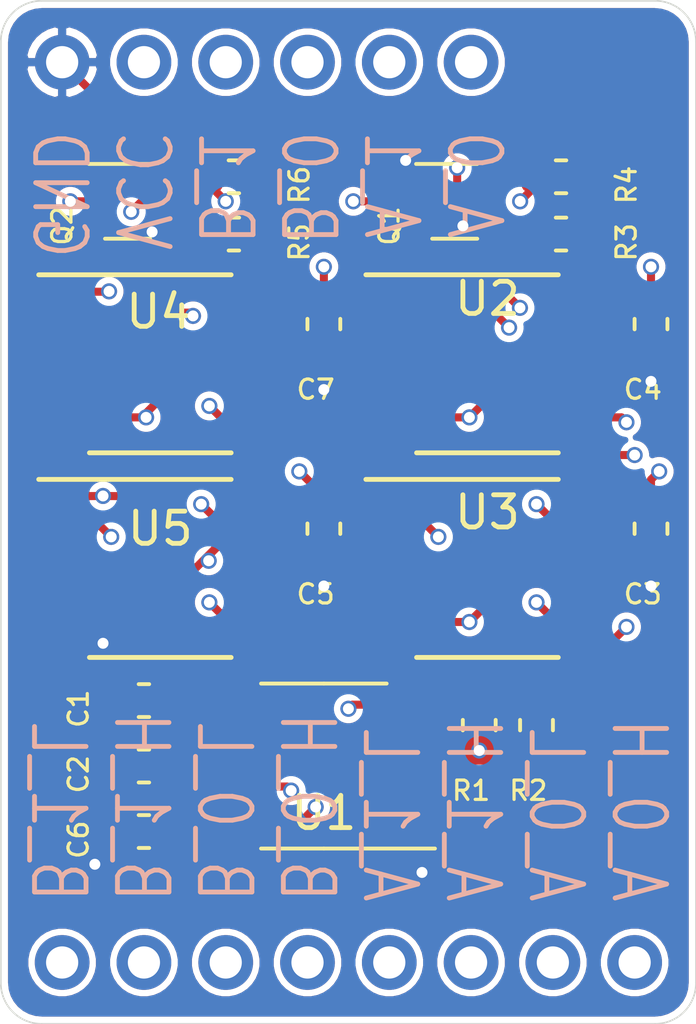
<source format=kicad_pcb>
(kicad_pcb (version 20171130) (host pcbnew 5.1.5)
  (layers (0 F.Cu signal) (1 In1.Cu power) (2 In2.Cu signal hide) (31 B.Cu power hide) (34 B.Paste user) (35 F.Paste user) (36 B.SilkS user) (37 F.SilkS user) (38 B.Mask user) (39 F.Mask user hide) (44 Edge.Cuts user))
  (net 0 "")
  (net 1 GND)
  (net 2 "Net-(C1-Pad1)")
  (net 3 "Net-(C2-Pad1)")
  (net 4 /CLK)
  (net 5 /A_IN_1)
  (net 6 /B_IN_1)
  (net 7 /~A_IN_1)
  (net 8 /~B_IN_1)
  (net 9 "Net-(R1-Pad1)")
  (net 10 /A_OUT_L1)
  (net 11 /A_OUT_H1)
  (net 12 /A_OUT_L2)
  (net 13 /A_OUT_H2)
  (net 14 /B_OUT_L1)
  (net 15 /B_OUT_H1)
  (net 16 /B_OUT_L2)
  (net 17 /B_OUT_H2)
  (net 18 VCC)
  (net 19 /A_IN_2)
  (net 20 /B_IN_2)
  (net 21 /~A_IN_2)
  (net 22 /~B_IN_2)
  (module Capacitor_SMD:C_0603_1608Metric (layer F.Cu) (at 69.088 76.708 90)
    (fp_text reference C7 (at -2.032 -0.254 180) (layer F.SilkS) (effects (font (size 0.6 0.6) (thickness 0.1))))
    (fp_text value 1uF)
    (fp_line (start -0.162779 0.51) (end 0.162779 0.51) (layer F.SilkS) (width 0.12))
    (fp_line (start -0.162779 -0.51) (end 0.162779 -0.51) (layer F.SilkS) (width 0.12))
    (pad 2 smd roundrect (at 0.7875 0 90) (size 0.875 0.95) (layers F.Cu F.Paste F.Mask) (net 18 VCC))
    (pad 1 smd roundrect (at -0.7875 0 90) (size 0.875 0.95) (layers F.Cu F.Paste F.Mask) (net 1 GND))
  )
  (module Connector_PinHeader_2.54mm:PinHeader_1x08_P2.54mm_Vertical (layer F.Cu) (at 78.74 96.52 270)
    (fp_text reference J2 hide)
    (fp_text value Conn_01x08)
    (pad 1 thru_hole circle (at 0 0 270) (size 1.7 1.7) (drill 1) (layers *.Cu *.Mask) (net 11 /A_OUT_H1))
    (pad 2 thru_hole oval (at 0 2.54 270) (size 1.7 1.7) (drill 1) (layers *.Cu *.Mask) (net 10 /A_OUT_L1))
    (pad 3 thru_hole oval (at 0 5.08 270) (size 1.7 1.7) (drill 1) (layers *.Cu *.Mask) (net 13 /A_OUT_H2))
    (pad 4 thru_hole oval (at 0 7.62 270) (size 1.7 1.7) (drill 1) (layers *.Cu *.Mask) (net 12 /A_OUT_L2))
    (pad 5 thru_hole oval (at 0 10.16 270) (size 1.7 1.7) (drill 1) (layers *.Cu *.Mask) (net 15 /B_OUT_H1))
    (pad 6 thru_hole oval (at 0 12.7 270) (size 1.7 1.7) (drill 1) (layers *.Cu *.Mask) (net 14 /B_OUT_L1))
    (pad 7 thru_hole oval (at 0 15.24 270) (size 1.7 1.7) (drill 1) (layers *.Cu *.Mask) (net 17 /B_OUT_H2))
    (pad 8 thru_hole oval (at 0 17.78 270) (size 1.7 1.7) (drill 1) (layers *.Cu *.Mask) (net 16 /B_OUT_L2))
  )
  (module Connector_PinHeader_2.54mm:PinHeader_1x06_P2.54mm_Vertical (layer F.Cu) (at 73.66 68.58 270)
    (fp_text reference J1 hide)
    (fp_text value Conn_01x06)
    (pad 1 thru_hole circle (at 0 0 270) (size 1.7 1.7) (drill 1) (layers *.Cu *.Mask) (net 5 /A_IN_1))
    (pad 2 thru_hole oval (at 0 2.54 270) (size 1.7 1.7) (drill 1) (layers *.Cu *.Mask) (net 19 /A_IN_2))
    (pad 3 thru_hole oval (at 0 5.08 270) (size 1.7 1.7) (drill 1) (layers *.Cu *.Mask) (net 6 /B_IN_1))
    (pad 4 thru_hole oval (at 0 7.62 270) (size 1.7 1.7) (drill 1) (layers *.Cu *.Mask) (net 20 /B_IN_2))
    (pad 5 thru_hole oval (at 0 10.16 270) (size 1.7 1.7) (drill 1) (layers *.Cu *.Mask) (net 18 VCC))
    (pad 6 thru_hole oval (at 0 12.7 270) (size 1.7 1.7) (drill 1) (layers *.Cu *.Mask) (net 1 GND))
  )
  (module Capacitor_SMD:C_0603_1608Metric (layer F.Cu) (at 63.5 88.392 180)
    (fp_text reference C1 (at 2.032 -0.254 90) (layer F.SilkS) (effects (font (size 0.6 0.6) (thickness 0.1))))
    (fp_text value 10nF)
    (fp_line (start -0.162779 0.51) (end 0.162779 0.51) (layer F.SilkS) (width 0.12))
    (fp_line (start -0.162779 -0.51) (end 0.162779 -0.51) (layer F.SilkS) (width 0.12))
    (pad 2 smd roundrect (at 0.7875 0 180) (size 0.875 0.95) (layers F.Cu F.Paste F.Mask) (net 1 GND))
    (pad 1 smd roundrect (at -0.7875 0 180) (size 0.875 0.95) (layers F.Cu F.Paste F.Mask) (net 2 "Net-(C1-Pad1)"))
  )
  (module Capacitor_SMD:C_0603_1608Metric (layer F.Cu) (at 63.5 90.424 180)
    (fp_text reference C2 (at 2.032 -0.254 90) (layer F.SilkS) (effects (font (size 0.6 0.6) (thickness 0.1))))
    (fp_text value 1uF)
    (fp_line (start -0.162779 -0.51) (end 0.162779 -0.51) (layer F.SilkS) (width 0.12))
    (fp_line (start -0.162779 0.51) (end 0.162779 0.51) (layer F.SilkS) (width 0.12))
    (pad 1 smd roundrect (at -0.7875 0 180) (size 0.875 0.95) (layers F.Cu F.Paste F.Mask) (net 3 "Net-(C2-Pad1)"))
    (pad 2 smd roundrect (at 0.7875 0 180) (size 0.875 0.95) (layers F.Cu F.Paste F.Mask) (net 1 GND))
  )
  (module Capacitor_SMD:C_0603_1608Metric (layer F.Cu) (at 79.248 83.058 90)
    (fp_text reference C3 (at -2.032 -0.254 180) (layer F.SilkS) (effects (font (size 0.6 0.6) (thickness 0.1))))
    (fp_text value 1uF)
    (fp_line (start -0.162779 0.51) (end 0.162779 0.51) (layer F.SilkS) (width 0.12))
    (fp_line (start -0.162779 -0.51) (end 0.162779 -0.51) (layer F.SilkS) (width 0.12))
    (pad 2 smd roundrect (at 0.7875 0 90) (size 0.875 0.95) (layers F.Cu F.Paste F.Mask) (net 18 VCC))
    (pad 1 smd roundrect (at -0.7875 0 90) (size 0.875 0.95) (layers F.Cu F.Paste F.Mask) (net 1 GND))
  )
  (module Capacitor_SMD:C_0603_1608Metric (layer F.Cu) (at 79.248 76.708 90)
    (fp_text reference C4 (at -2.032 -0.254 180) (layer F.SilkS) (effects (font (size 0.6 0.6) (thickness 0.1))))
    (fp_text value 1uF)
    (fp_line (start -0.162779 -0.51) (end 0.162779 -0.51) (layer F.SilkS) (width 0.12))
    (fp_line (start -0.162779 0.51) (end 0.162779 0.51) (layer F.SilkS) (width 0.12))
    (pad 1 smd roundrect (at -0.7875 0 90) (size 0.875 0.95) (layers F.Cu F.Paste F.Mask) (net 1 GND))
    (pad 2 smd roundrect (at 0.7875 0 90) (size 0.875 0.95) (layers F.Cu F.Paste F.Mask) (net 18 VCC))
  )
  (module Capacitor_SMD:C_0603_1608Metric (layer F.Cu) (at 69.088 83.058 90)
    (fp_text reference C5 (at -2.032 -0.254 180) (layer F.SilkS) (effects (font (size 0.6 0.6) (thickness 0.1))))
    (fp_text value 1uF)
    (fp_line (start -0.162779 -0.51) (end 0.162779 -0.51) (layer F.SilkS) (width 0.12))
    (fp_line (start -0.162779 0.51) (end 0.162779 0.51) (layer F.SilkS) (width 0.12))
    (pad 1 smd roundrect (at -0.7875 0 90) (size 0.875 0.95) (layers F.Cu F.Paste F.Mask) (net 1 GND))
    (pad 2 smd roundrect (at 0.7875 0 90) (size 0.875 0.95) (layers F.Cu F.Paste F.Mask) (net 18 VCC))
  )
  (module Capacitor_SMD:C_0603_1608Metric (layer F.Cu) (at 63.5 92.456)
    (fp_text reference C6 (at -2.032 0.254 90) (layer F.SilkS) (effects (font (size 0.6 0.6) (thickness 0.1))))
    (fp_text value 1uF)
    (fp_line (start -0.162779 -0.51) (end 0.162779 -0.51) (layer F.SilkS) (width 0.12))
    (fp_line (start -0.162779 0.51) (end 0.162779 0.51) (layer F.SilkS) (width 0.12))
    (pad 1 smd roundrect (at -0.7875 0) (size 0.875 0.95) (layers F.Cu F.Paste F.Mask) (net 1 GND))
    (pad 2 smd roundrect (at 0.7875 0) (size 0.875 0.95) (layers F.Cu F.Paste F.Mask) (net 18 VCC))
  )
  (module Package_TO_SOT_SMD:SOT-363_SC-70-6 (layer F.Cu) (at 62.992 72.898)
    (fp_text reference Q2 (at -2.032 0.762 270) (layer F.SilkS) (effects (font (size 0.6 0.6) (thickness 0.1))))
    (fp_text value MUN5232DW1T1GOSCT)
    (fp_line (start 0.7 -1.16) (end -1.2 -1.16) (layer F.SilkS) (width 0.12))
    (fp_line (start -0.7 1.16) (end 0.7 1.16) (layer F.SilkS) (width 0.12))
    (pad 1 smd rect (at -0.95 -0.65) (size 0.65 0.4) (layers F.Cu F.Paste F.Mask) (net 1 GND))
    (pad 3 smd rect (at -0.95 0.65) (size 0.65 0.4) (layers F.Cu F.Paste F.Mask) (net 8 /~B_IN_1))
    (pad 5 smd rect (at 0.95 0) (size 0.65 0.4) (layers F.Cu F.Paste F.Mask) (net 6 /B_IN_1))
    (pad 2 smd rect (at -0.95 0) (size 0.65 0.4) (layers F.Cu F.Paste F.Mask) (net 20 /B_IN_2))
    (pad 4 smd rect (at 0.95 0.65) (size 0.65 0.4) (layers F.Cu F.Paste F.Mask) (net 1 GND))
    (pad 6 smd rect (at 0.95 -0.65) (size 0.65 0.4) (layers F.Cu F.Paste F.Mask) (net 22 /~B_IN_2))
  )
  (module Resistor_SMD:R_0603_1608Metric (layer F.Cu) (at 73.914 89.154 90)
    (fp_text reference R1 (at -2.032 -0.254 180) (layer F.SilkS) (effects (font (size 0.6 0.6) (thickness 0.1))))
    (fp_text value 5k6)
    (fp_line (start -0.162779 -0.51) (end 0.162779 -0.51) (layer F.SilkS) (width 0.12))
    (fp_line (start -0.162779 0.51) (end 0.162779 0.51) (layer F.SilkS) (width 0.12))
    (pad 1 smd roundrect (at -0.7875 0 90) (size 0.875 0.95) (layers F.Cu F.Paste F.Mask) (net 9 "Net-(R1-Pad1)"))
    (pad 2 smd roundrect (at 0.7875 0 90) (size 0.875 0.95) (layers F.Cu F.Paste F.Mask) (net 18 VCC))
  )
  (module Resistor_SMD:R_0603_1608Metric (layer F.Cu) (at 75.692 89.154 90)
    (fp_text reference R2 (at -2.032 -0.254 180) (layer F.SilkS) (effects (font (size 0.6 0.6) (thickness 0.1))))
    (fp_text value 15k)
    (fp_line (start -0.162779 0.51) (end 0.162779 0.51) (layer F.SilkS) (width 0.12))
    (fp_line (start -0.162779 -0.51) (end 0.162779 -0.51) (layer F.SilkS) (width 0.12))
    (pad 2 smd roundrect (at 0.7875 0 90) (size 0.875 0.95) (layers F.Cu F.Paste F.Mask) (net 9 "Net-(R1-Pad1)"))
    (pad 1 smd roundrect (at -0.7875 0 90) (size 0.875 0.95) (layers F.Cu F.Paste F.Mask) (net 3 "Net-(C2-Pad1)"))
  )
  (module Resistor_SMD:R_0603_1608Metric (layer F.Cu) (at 76.454 73.914 180)
    (fp_text reference R3 (at -2.032 -0.254 90) (layer F.SilkS) (effects (font (size 0.6 0.6) (thickness 0.1))))
    (fp_text value 4k7)
    (fp_line (start -0.162779 0.51) (end 0.162779 0.51) (layer F.SilkS) (width 0.12))
    (fp_line (start -0.162779 -0.51) (end 0.162779 -0.51) (layer F.SilkS) (width 0.12))
    (pad 2 smd roundrect (at 0.7875 0 180) (size 0.875 0.95) (layers F.Cu F.Paste F.Mask) (net 7 /~A_IN_1))
    (pad 1 smd roundrect (at -0.7875 0 180) (size 0.875 0.95) (layers F.Cu F.Paste F.Mask) (net 18 VCC))
  )
  (module Resistor_SMD:R_0603_1608Metric (layer F.Cu) (at 76.454 72.136 180)
    (fp_text reference R4 (at -2.032 -0.254 90) (layer F.SilkS) (effects (font (size 0.6 0.6) (thickness 0.1))))
    (fp_text value 4k7)
    (fp_line (start -0.162779 -0.51) (end 0.162779 -0.51) (layer F.SilkS) (width 0.12))
    (fp_line (start -0.162779 0.51) (end 0.162779 0.51) (layer F.SilkS) (width 0.12))
    (pad 1 smd roundrect (at -0.7875 0 180) (size 0.875 0.95) (layers F.Cu F.Paste F.Mask) (net 18 VCC))
    (pad 2 smd roundrect (at 0.7875 0 180) (size 0.875 0.95) (layers F.Cu F.Paste F.Mask) (net 21 /~A_IN_2))
  )
  (module Resistor_SMD:R_0603_1608Metric (layer F.Cu) (at 66.294 73.914 180)
    (fp_text reference R5 (at -2.032 -0.254 90) (layer F.SilkS) (effects (font (size 0.6 0.6) (thickness 0.1))))
    (fp_text value 4k7)
    (fp_line (start -0.162779 -0.51) (end 0.162779 -0.51) (layer F.SilkS) (width 0.12))
    (fp_line (start -0.162779 0.51) (end 0.162779 0.51) (layer F.SilkS) (width 0.12))
    (pad 1 smd roundrect (at -0.7875 0 180) (size 0.875 0.95) (layers F.Cu F.Paste F.Mask) (net 18 VCC))
    (pad 2 smd roundrect (at 0.7875 0 180) (size 0.875 0.95) (layers F.Cu F.Paste F.Mask) (net 8 /~B_IN_1))
  )
  (module Resistor_SMD:R_0603_1608Metric (layer F.Cu) (at 66.294 72.136 180)
    (fp_text reference R6 (at -2.032 -0.254 90) (layer F.SilkS) (effects (font (size 0.6 0.6) (thickness 0.1))))
    (fp_text value 4k7)
    (fp_line (start -0.162779 0.51) (end 0.162779 0.51) (layer F.SilkS) (width 0.12))
    (fp_line (start -0.162779 -0.51) (end 0.162779 -0.51) (layer F.SilkS) (width 0.12))
    (pad 2 smd roundrect (at 0.7875 0 180) (size 0.875 0.95) (layers F.Cu F.Paste F.Mask) (net 22 /~B_IN_2))
    (pad 1 smd roundrect (at -0.7875 0 180) (size 0.875 0.95) (layers F.Cu F.Paste F.Mask) (net 18 VCC))
  )
  (module Package_SO:SOIC-8_3.9x4.9mm_P1.27mm (layer F.Cu) (at 69.088 90.424 180)
    (fp_text reference U1 (at 0 -1.455001) (layer F.SilkS))
    (fp_text value NE555D)
    (fp_line (start 0 2.56) (end 1.95 2.56) (layer F.SilkS) (width 0.12))
    (fp_line (start 0 2.56) (end -1.95 2.56) (layer F.SilkS) (width 0.12))
    (fp_line (start 0 -2.56) (end 1.95 -2.56) (layer F.SilkS) (width 0.12))
    (fp_line (start 0 -2.56) (end -3.45 -2.56) (layer F.SilkS) (width 0.12))
    (pad 1 smd roundrect (at -2.475 -1.905 180) (size 1.95 0.6) (layers F.Cu F.Paste F.Mask) (net 1 GND))
    (pad 2 smd roundrect (at -2.475 -0.635 180) (size 1.95 0.6) (layers F.Cu F.Paste F.Mask) (net 3 "Net-(C2-Pad1)"))
    (pad 3 smd roundrect (at -2.475 0.635 180) (size 1.95 0.6) (layers F.Cu F.Paste F.Mask) (net 4 /CLK))
    (pad 4 smd roundrect (at -2.475 1.905 180) (size 1.95 0.6) (layers F.Cu F.Paste F.Mask) (net 18 VCC))
    (pad 5 smd roundrect (at 2.475 1.905 180) (size 1.95 0.6) (layers F.Cu F.Paste F.Mask) (net 2 "Net-(C1-Pad1)"))
    (pad 6 smd roundrect (at 2.475 0.635 180) (size 1.95 0.6) (layers F.Cu F.Paste F.Mask) (net 3 "Net-(C2-Pad1)"))
    (pad 7 smd roundrect (at 2.475 -0.635 180) (size 1.95 0.6) (layers F.Cu F.Paste F.Mask) (net 9 "Net-(R1-Pad1)"))
    (pad 8 smd roundrect (at 2.475 -1.905 180) (size 1.95 0.6) (layers F.Cu F.Paste F.Mask) (net 18 VCC))
  )
  (module Package_SO:TSSOP-16_4.4x5mm_P0.65mm (layer F.Cu) (at 74.168 77.978)
    (fp_text reference U2 (at 0 -2.055001) (layer F.SilkS))
    (fp_text value 4015)
    (fp_line (start -3.775 -2.8) (end 2.2 -2.8) (layer F.SilkS) (width 0.15))
    (fp_line (start -2.2 2.725) (end 2.2 2.725) (layer F.SilkS) (width 0.15))
    (pad 16 smd rect (at 2.95 -2.275) (size 1.5 0.45) (layers F.Cu F.Paste F.Mask) (net 18 VCC))
    (pad 15 smd rect (at 2.95 -1.625) (size 1.5 0.45) (layers F.Cu F.Paste F.Mask) (net 7 /~A_IN_1))
    (pad 14 smd rect (at 2.95 -0.975) (size 1.5 0.45) (layers F.Cu F.Paste F.Mask) (net 5 /A_IN_1))
    (pad 13 smd rect (at 2.95 -0.325) (size 1.5 0.45) (layers F.Cu F.Paste F.Mask))
    (pad 12 smd rect (at 2.95 0.325) (size 1.5 0.45) (layers F.Cu F.Paste F.Mask))
    (pad 11 smd rect (at 2.95 0.975) (size 1.5 0.45) (layers F.Cu F.Paste F.Mask))
    (pad 10 smd rect (at 2.95 1.625) (size 1.5 0.45) (layers F.Cu F.Paste F.Mask) (net 11 /A_OUT_H1))
    (pad 9 smd rect (at 2.95 2.275) (size 1.5 0.45) (layers F.Cu F.Paste F.Mask) (net 4 /CLK))
    (pad 8 smd rect (at -2.95 2.275) (size 1.5 0.45) (layers F.Cu F.Paste F.Mask) (net 1 GND))
    (pad 7 smd rect (at -2.95 1.625) (size 1.5 0.45) (layers F.Cu F.Paste F.Mask) (net 5 /A_IN_1))
    (pad 6 smd rect (at -2.95 0.975) (size 1.5 0.45) (layers F.Cu F.Paste F.Mask) (net 7 /~A_IN_1))
    (pad 5 smd rect (at -2.95 0.325) (size 1.5 0.45) (layers F.Cu F.Paste F.Mask))
    (pad 4 smd rect (at -2.95 -0.325) (size 1.5 0.45) (layers F.Cu F.Paste F.Mask))
    (pad 3 smd rect (at -2.95 -0.975) (size 1.5 0.45) (layers F.Cu F.Paste F.Mask))
    (pad 2 smd rect (at -2.95 -1.625) (size 1.5 0.45) (layers F.Cu F.Paste F.Mask) (net 10 /A_OUT_L1))
    (pad 1 smd rect (at -2.95 -2.275) (size 1.5 0.45) (layers F.Cu F.Paste F.Mask) (net 4 /CLK))
  )
  (module Package_SO:TSSOP-16_4.4x5mm_P0.65mm (layer F.Cu) (at 74.168 84.328)
    (fp_text reference U3 (at 0 -1.778) (layer F.SilkS))
    (fp_text value 4015)
    (fp_line (start -2.2 2.725) (end 2.2 2.725) (layer F.SilkS) (width 0.15))
    (fp_line (start -3.775 -2.8) (end 2.2 -2.8) (layer F.SilkS) (width 0.15))
    (pad 1 smd rect (at -2.95 -2.275) (size 1.5 0.45) (layers F.Cu F.Paste F.Mask) (net 4 /CLK))
    (pad 2 smd rect (at -2.95 -1.625) (size 1.5 0.45) (layers F.Cu F.Paste F.Mask) (net 12 /A_OUT_L2))
    (pad 3 smd rect (at -2.95 -0.975) (size 1.5 0.45) (layers F.Cu F.Paste F.Mask))
    (pad 4 smd rect (at -2.95 -0.325) (size 1.5 0.45) (layers F.Cu F.Paste F.Mask))
    (pad 5 smd rect (at -2.95 0.325) (size 1.5 0.45) (layers F.Cu F.Paste F.Mask))
    (pad 6 smd rect (at -2.95 0.975) (size 1.5 0.45) (layers F.Cu F.Paste F.Mask) (net 21 /~A_IN_2))
    (pad 7 smd rect (at -2.95 1.625) (size 1.5 0.45) (layers F.Cu F.Paste F.Mask) (net 19 /A_IN_2))
    (pad 8 smd rect (at -2.95 2.275) (size 1.5 0.45) (layers F.Cu F.Paste F.Mask) (net 1 GND))
    (pad 9 smd rect (at 2.95 2.275) (size 1.5 0.45) (layers F.Cu F.Paste F.Mask) (net 4 /CLK))
    (pad 10 smd rect (at 2.95 1.625) (size 1.5 0.45) (layers F.Cu F.Paste F.Mask) (net 13 /A_OUT_H2))
    (pad 11 smd rect (at 2.95 0.975) (size 1.5 0.45) (layers F.Cu F.Paste F.Mask))
    (pad 12 smd rect (at 2.95 0.325) (size 1.5 0.45) (layers F.Cu F.Paste F.Mask))
    (pad 13 smd rect (at 2.95 -0.325) (size 1.5 0.45) (layers F.Cu F.Paste F.Mask))
    (pad 14 smd rect (at 2.95 -0.975) (size 1.5 0.45) (layers F.Cu F.Paste F.Mask) (net 19 /A_IN_2))
    (pad 15 smd rect (at 2.95 -1.625) (size 1.5 0.45) (layers F.Cu F.Paste F.Mask) (net 21 /~A_IN_2))
    (pad 16 smd rect (at 2.95 -2.275) (size 1.5 0.45) (layers F.Cu F.Paste F.Mask) (net 18 VCC))
  )
  (module Package_SO:TSSOP-16_4.4x5mm_P0.65mm (layer F.Cu) (at 64.008 77.978)
    (fp_text reference U4 (at -0.049001 -1.655001) (layer F.SilkS))
    (fp_text value 4015)
    (fp_line (start -3.775 -2.8) (end 2.2 -2.8) (layer F.SilkS) (width 0.15))
    (fp_line (start -2.2 2.725) (end 2.2 2.725) (layer F.SilkS) (width 0.15))
    (pad 16 smd rect (at 2.95 -2.275) (size 1.5 0.45) (layers F.Cu F.Paste F.Mask) (net 18 VCC))
    (pad 15 smd rect (at 2.95 -1.625) (size 1.5 0.45) (layers F.Cu F.Paste F.Mask) (net 8 /~B_IN_1))
    (pad 14 smd rect (at 2.95 -0.975) (size 1.5 0.45) (layers F.Cu F.Paste F.Mask) (net 6 /B_IN_1))
    (pad 13 smd rect (at 2.95 -0.325) (size 1.5 0.45) (layers F.Cu F.Paste F.Mask))
    (pad 12 smd rect (at 2.95 0.325) (size 1.5 0.45) (layers F.Cu F.Paste F.Mask))
    (pad 11 smd rect (at 2.95 0.975) (size 1.5 0.45) (layers F.Cu F.Paste F.Mask))
    (pad 10 smd rect (at 2.95 1.625) (size 1.5 0.45) (layers F.Cu F.Paste F.Mask) (net 15 /B_OUT_H1))
    (pad 9 smd rect (at 2.95 2.275) (size 1.5 0.45) (layers F.Cu F.Paste F.Mask) (net 4 /CLK))
    (pad 8 smd rect (at -2.95 2.275) (size 1.5 0.45) (layers F.Cu F.Paste F.Mask) (net 1 GND))
    (pad 7 smd rect (at -2.95 1.625) (size 1.5 0.45) (layers F.Cu F.Paste F.Mask) (net 6 /B_IN_1))
    (pad 6 smd rect (at -2.95 0.975) (size 1.5 0.45) (layers F.Cu F.Paste F.Mask) (net 8 /~B_IN_1))
    (pad 5 smd rect (at -2.95 0.325) (size 1.5 0.45) (layers F.Cu F.Paste F.Mask))
    (pad 4 smd rect (at -2.95 -0.325) (size 1.5 0.45) (layers F.Cu F.Paste F.Mask))
    (pad 3 smd rect (at -2.95 -0.975) (size 1.5 0.45) (layers F.Cu F.Paste F.Mask))
    (pad 2 smd rect (at -2.95 -1.625) (size 1.5 0.45) (layers F.Cu F.Paste F.Mask) (net 14 /B_OUT_L1))
    (pad 1 smd rect (at -2.95 -2.275) (size 1.5 0.45) (layers F.Cu F.Paste F.Mask) (net 4 /CLK))
  )
  (module Package_SO:TSSOP-16_4.4x5mm_P0.65mm (layer F.Cu) (at 64.008 84.328)
    (fp_text reference U5 (at 0 -1.27) (layer F.SilkS))
    (fp_text value 4015)
    (fp_line (start -2.2 2.725) (end 2.2 2.725) (layer F.SilkS) (width 0.15))
    (fp_line (start -3.775 -2.8) (end 2.2 -2.8) (layer F.SilkS) (width 0.15))
    (pad 1 smd rect (at -2.95 -2.275) (size 1.5 0.45) (layers F.Cu F.Paste F.Mask) (net 4 /CLK))
    (pad 2 smd rect (at -2.95 -1.625) (size 1.5 0.45) (layers F.Cu F.Paste F.Mask) (net 16 /B_OUT_L2))
    (pad 3 smd rect (at -2.95 -0.975) (size 1.5 0.45) (layers F.Cu F.Paste F.Mask))
    (pad 4 smd rect (at -2.95 -0.325) (size 1.5 0.45) (layers F.Cu F.Paste F.Mask))
    (pad 5 smd rect (at -2.95 0.325) (size 1.5 0.45) (layers F.Cu F.Paste F.Mask))
    (pad 6 smd rect (at -2.95 0.975) (size 1.5 0.45) (layers F.Cu F.Paste F.Mask) (net 22 /~B_IN_2))
    (pad 7 smd rect (at -2.95 1.625) (size 1.5 0.45) (layers F.Cu F.Paste F.Mask) (net 20 /B_IN_2))
    (pad 8 smd rect (at -2.95 2.275) (size 1.5 0.45) (layers F.Cu F.Paste F.Mask) (net 1 GND))
    (pad 9 smd rect (at 2.95 2.275) (size 1.5 0.45) (layers F.Cu F.Paste F.Mask) (net 4 /CLK))
    (pad 10 smd rect (at 2.95 1.625) (size 1.5 0.45) (layers F.Cu F.Paste F.Mask) (net 17 /B_OUT_H2))
    (pad 11 smd rect (at 2.95 0.975) (size 1.5 0.45) (layers F.Cu F.Paste F.Mask))
    (pad 12 smd rect (at 2.95 0.325) (size 1.5 0.45) (layers F.Cu F.Paste F.Mask))
    (pad 13 smd rect (at 2.95 -0.325) (size 1.5 0.45) (layers F.Cu F.Paste F.Mask))
    (pad 14 smd rect (at 2.95 -0.975) (size 1.5 0.45) (layers F.Cu F.Paste F.Mask) (net 20 /B_IN_2))
    (pad 15 smd rect (at 2.95 -1.625) (size 1.5 0.45) (layers F.Cu F.Paste F.Mask) (net 22 /~B_IN_2))
    (pad 16 smd rect (at 2.95 -2.275) (size 1.5 0.45) (layers F.Cu F.Paste F.Mask) (net 18 VCC))
  )
  (module Package_TO_SOT_SMD:SOT-363_SC-70-6 (layer F.Cu) (at 73.152 72.898)
    (fp_text reference Q1 (at -2.032 0.762 90) (layer F.SilkS) (effects (font (size 0.6 0.6) (thickness 0.1))))
    (fp_text value MUN5232DW1T1GOSCT)
    (fp_line (start 0.7 -1.16) (end -1.2 -1.16) (layer F.SilkS) (width 0.12))
    (fp_line (start -0.7 1.16) (end 0.7 1.16) (layer F.SilkS) (width 0.12))
    (pad 1 smd rect (at -0.95 -0.65) (size 0.65 0.4) (layers F.Cu F.Paste F.Mask) (net 1 GND))
    (pad 3 smd rect (at -0.95 0.65) (size 0.65 0.4) (layers F.Cu F.Paste F.Mask) (net 7 /~A_IN_1))
    (pad 5 smd rect (at 0.95 0) (size 0.65 0.4) (layers F.Cu F.Paste F.Mask) (net 5 /A_IN_1))
    (pad 2 smd rect (at -0.95 0) (size 0.65 0.4) (layers F.Cu F.Paste F.Mask) (net 19 /A_IN_2))
    (pad 4 smd rect (at 0.95 0.65) (size 0.65 0.4) (layers F.Cu F.Paste F.Mask) (net 1 GND))
    (pad 6 smd rect (at 0.95 -0.65) (size 0.65 0.4) (layers F.Cu F.Paste F.Mask) (net 21 /~A_IN_2))
  )
  (gr_text "A_0_H\nA_0_L\nA_1_H\nA_1_L\nB_0_H\nB_0_L\nB_1_H\nB_1_L" (at 69.85 94.742 270) (layer B.SilkS) (effects (font (size 1.6 1.3)) (justify left mirror)))
  (gr_text "A_0\nA_1\nB_0\nB_1\nVCC\nGND" (at 67.31 70.612 270) (layer B.SilkS) (effects (font (size 1.6 1.3)) (justify right mirror)))
  (gr_line (start 79.375 66.675) (end 60.325 66.675) (layer Edge.Cuts) (width 0.05))
  (gr_line (start 80.645 97.155) (end 80.645 67.945) (layer Edge.Cuts) (width 0.05))
  (gr_line (start 60.325 98.425) (end 79.375 98.425) (layer Edge.Cuts) (width 0.05))
  (gr_line (start 59.055 67.945) (end 59.055 97.155) (layer Edge.Cuts) (width 0.05))
  (gr_arc (start 79.375 97.155) (end 79.375 98.425) (angle -90) (layer Edge.Cuts) (width 0.05))
  (gr_arc (start 60.325 97.155) (end 59.055 97.155) (angle -90) (layer Edge.Cuts) (width 0.05))
  (gr_arc (start 60.325 67.945) (end 60.325 66.675) (angle -90) (layer Edge.Cuts) (width 0.05))
  (gr_arc (start 79.375 67.945) (end 80.645 67.945) (angle -90) (layer Edge.Cuts) (width 0.05))
  (segment (start 62.7125 90.424) (end 62.7125 88.392) (width 0.25) (layer F.Cu) (net 1))
  (segment (start 62.7125 87.917) (end 62.7125 88.392) (width 0.25) (layer F.Cu) (net 1))
  (segment (start 62.7125 87.2575) (end 62.7125 87.917) (width 0.25) (layer F.Cu) (net 1))
  (segment (start 62.058 86.603) (end 62.7125 87.2575) (width 0.25) (layer F.Cu) (net 1))
  (segment (start 61.058 86.603) (end 62.058 86.603) (width 0.25) (layer F.Cu) (net 1))
  (segment (start 62.7125 90.424) (end 62.7125 92.456) (width 0.25) (layer F.Cu) (net 1))
  (segment (start 62.042 69.662) (end 60.96 68.58) (width 0.25) (layer F.Cu) (net 1))
  (segment (start 62.042 72.248) (end 62.042 69.662) (width 0.25) (layer F.Cu) (net 1))
  (segment (start 69.088 77.4955) (end 69.088 77.47) (width 0.25) (layer F.Cu) (net 1))
  (via (at 63.754 73.847) (size 0.5) (drill 0.34) (layers F.Cu B.Cu) (net 1))
  (segment (start 63.942 73.548) (end 63.942 73.659) (width 0.25) (layer F.Cu) (net 1))
  (segment (start 63.942 73.659) (end 63.754 73.847) (width 0.25) (layer F.Cu) (net 1))
  (segment (start 70.218 86.603) (end 69.088 85.473) (width 0.25) (layer F.Cu) (net 1))
  (segment (start 71.218 86.603) (end 70.218 86.603) (width 0.25) (layer F.Cu) (net 1))
  (via (at 69.088 84.836) (size 0.5) (drill 0.34) (layers F.Cu B.Cu) (net 1))
  (segment (start 69.088 83.8455) (end 69.088 84.836) (width 0.25) (layer F.Cu) (net 1))
  (segment (start 69.088 85.473) (end 69.088 84.836) (width 0.25) (layer F.Cu) (net 1))
  (via (at 72.136 93.726) (size 0.5) (drill 0.34) (layers F.Cu B.Cu) (net 1))
  (segment (start 71.563 92.329) (end 71.563 93.153) (width 0.25) (layer F.Cu) (net 1))
  (segment (start 71.563 93.153) (end 72.136 93.726) (width 0.25) (layer F.Cu) (net 1))
  (segment (start 61.058 86.603) (end 62.219 86.603) (width 0.25) (layer F.Cu) (net 1))
  (via (at 62.23 86.614) (size 0.5) (drill 0.34) (layers F.Cu B.Cu) (net 1))
  (segment (start 62.219 86.603) (end 62.23 86.614) (width 0.25) (layer F.Cu) (net 1))
  (via (at 71.628 71.628) (size 0.5) (drill 0.34) (layers F.Cu B.Cu) (net 1))
  (segment (start 72.202 72.248) (end 72.202 72.202) (width 0.25) (layer F.Cu) (net 1))
  (segment (start 72.202 72.202) (end 71.628 71.628) (width 0.25) (layer F.Cu) (net 1))
  (segment (start 74.102 73.548) (end 73.518 73.548) (width 0.25) (layer F.Cu) (net 1))
  (via (at 73.406 73.66) (size 0.5) (drill 0.34) (layers F.Cu B.Cu) (net 1))
  (segment (start 73.518 73.548) (end 73.406 73.66) (width 0.25) (layer F.Cu) (net 1))
  (segment (start 70.218 80.253) (end 71.218 80.253) (width 0.25) (layer F.Cu) (net 1))
  (segment (start 69.088 79.123) (end 70.218 80.253) (width 0.25) (layer F.Cu) (net 1))
  (via (at 69.088 78.74) (size 0.5) (drill 0.34) (layers F.Cu B.Cu) (net 1))
  (segment (start 69.088 78.74) (end 69.088 79.123) (width 0.25) (layer F.Cu) (net 1))
  (segment (start 69.088 77.47) (end 69.088 78.74) (width 0.25) (layer F.Cu) (net 1))
  (via (at 79.248 78.486) (size 0.5) (drill 0.34) (layers F.Cu B.Cu) (net 1))
  (segment (start 79.248 77.4955) (end 79.248 78.486) (width 0.25) (layer F.Cu) (net 1))
  (via (at 79.248 84.836) (size 0.5) (drill 0.34) (layers F.Cu B.Cu) (net 1))
  (segment (start 79.248 83.8455) (end 79.248 84.836) (width 0.25) (layer F.Cu) (net 1))
  (via (at 61.976 93.472) (size 0.5) (drill 0.34) (layers F.Cu B.Cu) (net 1))
  (segment (start 62.7125 92.456) (end 62.7125 92.7355) (width 0.25) (layer F.Cu) (net 1))
  (segment (start 62.7125 92.7355) (end 61.976 93.472) (width 0.25) (layer F.Cu) (net 1))
  (segment (start 64.4145 88.519) (end 64.2875 88.392) (width 0.25) (layer F.Cu) (net 2))
  (segment (start 66.613 88.519) (end 64.4145 88.519) (width 0.25) (layer F.Cu) (net 2))
  (segment (start 72.538 91.059) (end 71.563 91.059) (width 0.25) (layer F.Cu) (net 3))
  (segment (start 64.2875 89.949) (end 64.2875 90.424) (width 0.25) (layer F.Cu) (net 3))
  (segment (start 64.4475 89.789) (end 64.2875 89.949) (width 0.25) (layer F.Cu) (net 3))
  (segment (start 66.613 89.789) (end 64.4475 89.789) (width 0.25) (layer F.Cu) (net 3))
  (segment (start 70.588 91.059) (end 71.563 91.059) (width 0.25) (layer F.Cu) (net 3))
  (segment (start 68.858 91.059) (end 70.588 91.059) (width 0.25) (layer F.Cu) (net 3))
  (segment (start 67.588 89.789) (end 68.858 91.059) (width 0.25) (layer F.Cu) (net 3))
  (segment (start 66.613 89.789) (end 67.588 89.789) (width 0.25) (layer F.Cu) (net 3))
  (segment (start 75.692 90.379) (end 75.692 89.9415) (width 0.25) (layer F.Cu) (net 3))
  (segment (start 75.012 91.059) (end 75.692 90.379) (width 0.25) (layer F.Cu) (net 3))
  (segment (start 71.563 91.059) (end 75.012 91.059) (width 0.25) (layer F.Cu) (net 3))
  (segment (start 70.588 89.789) (end 71.563 89.789) (width 0.25) (layer F.Cu) (net 4))
  (segment (start 69.669 89.789) (end 70.588 89.789) (width 0.25) (layer F.Cu) (net 4))
  (segment (start 66.958 87.078) (end 69.669 89.789) (width 0.25) (layer F.Cu) (net 4))
  (segment (start 66.958 86.603) (end 66.958 87.078) (width 0.25) (layer F.Cu) (net 4))
  (segment (start 65.035 80.253) (end 66.958 80.253) (width 0.25) (layer F.Cu) (net 4))
  (segment (start 63.235 82.053) (end 65.035 80.253) (width 0.25) (layer F.Cu) (net 4))
  (segment (start 74.687 80.253) (end 77.118 80.253) (width 0.25) (layer F.Cu) (net 4))
  (segment (start 72.887 82.053) (end 74.687 80.253) (width 0.25) (layer F.Cu) (net 4))
  (segment (start 70.218 82.053) (end 71.218 82.053) (width 0.25) (layer F.Cu) (net 4))
  (segment (start 66.958 80.253) (end 68.418 80.253) (width 0.25) (layer F.Cu) (net 4))
  (segment (start 68.418 80.253) (end 70.218 82.053) (width 0.25) (layer F.Cu) (net 4))
  (segment (start 77.118 86.712) (end 77.118 86.603) (width 0.25) (layer F.Cu) (net 4))
  (segment (start 76.454 87.376) (end 77.118 86.712) (width 0.25) (layer F.Cu) (net 4))
  (segment (start 66.958 87.078) (end 67.256 87.376) (width 0.25) (layer F.Cu) (net 4))
  (segment (start 67.256 87.376) (end 76.454 87.376) (width 0.25) (layer F.Cu) (net 4))
  (via (at 62.23 82.042) (size 0.5) (drill 0.34) (layers F.Cu B.Cu) (net 4))
  (segment (start 62.23 82.042) (end 63.235 82.053) (width 0.25) (layer F.Cu) (net 4))
  (segment (start 61.058 82.053) (end 62.23 82.042) (width 0.25) (layer F.Cu) (net 4))
  (segment (start 71.218 82.053) (end 72.887 82.053) (width 0.25) (layer F.Cu) (net 4))
  (via (at 78.486 86.106) (size 0.5) (drill 0.34) (layers F.Cu B.Cu) (net 4))
  (segment (start 77.118 86.603) (end 77.989 86.603) (width 0.25) (layer F.Cu) (net 4))
  (segment (start 77.989 86.603) (end 78.486 86.106) (width 0.25) (layer F.Cu) (net 4))
  (via (at 78.74 80.772) (size 0.5) (drill 0.34) (layers F.Cu B.Cu) (net 4))
  (segment (start 77.637 80.772) (end 77.118 80.253) (width 0.25) (layer F.Cu) (net 4))
  (segment (start 78.74 80.772) (end 77.637 80.772) (width 0.25) (layer F.Cu) (net 4))
  (segment (start 62.40599 75.703) (end 62.41699 75.692) (width 0.25) (layer F.Cu) (net 4))
  (via (at 62.41699 75.692) (size 0.5) (drill 0.34) (layers F.Cu B.Cu) (net 4))
  (segment (start 61.058 75.703) (end 62.40599 75.703) (width 0.25) (layer F.Cu) (net 4))
  (via (at 75.17751 76.204015) (size 0.5) (drill 0.34) (layers F.Cu B.Cu) (net 4))
  (segment (start 71.218 75.703) (end 74.676495 75.703) (width 0.25) (layer F.Cu) (net 4))
  (segment (start 74.676495 75.703) (end 75.17751 76.204015) (width 0.25) (layer F.Cu) (net 4))
  (via (at 73.607998 79.603) (size 0.5) (drill 0.34) (layers F.Cu B.Cu) (net 5))
  (segment (start 73.607998 79.603) (end 76.207998 77.003) (width 0.25) (layer F.Cu) (net 5))
  (segment (start 76.207998 77.003) (end 77.118 77.003) (width 0.25) (layer F.Cu) (net 5))
  (segment (start 71.218 79.603) (end 73.607998 79.603) (width 0.25) (layer F.Cu) (net 5))
  (via (at 73.2282 71.8566) (size 0.5) (drill 0.34) (layers F.Cu B.Cu) (net 5))
  (segment (start 73.527 72.898) (end 74.102 72.898) (width 0.25) (layer F.Cu) (net 5))
  (segment (start 73.2282 72.5992) (end 73.527 72.898) (width 0.25) (layer F.Cu) (net 5))
  (segment (start 73.2282 71.8566) (end 73.2282 72.5992) (width 0.25) (layer F.Cu) (net 5))
  (segment (start 73.607998 85.953) (end 76.207998 83.353) (width 0.25) (layer F.Cu) (net 19))
  (segment (start 76.207998 83.353) (end 77.118 83.353) (width 0.25) (layer F.Cu) (net 19))
  (segment (start 71.218 85.953) (end 73.607998 85.953) (width 0.25) (layer F.Cu) (net 19))
  (via (at 73.607998 85.953) (size 0.5) (drill 0.34) (layers F.Cu B.Cu) (net 19))
  (via (at 70.0024 72.898) (size 0.5) (drill 0.34) (layers F.Cu B.Cu) (net 19))
  (segment (start 72.202 72.898) (end 70.0024 72.898) (width 0.25) (layer F.Cu) (net 19))
  (segment (start 66.034408 77.003) (end 66.958 77.003) (width 0.25) (layer F.Cu) (net 6))
  (segment (start 63.434408 79.603) (end 66.034408 77.003) (width 0.25) (layer F.Cu) (net 6))
  (segment (start 61.058 79.603) (end 63.434408 79.603) (width 0.25) (layer F.Cu) (net 6))
  (via (at 63.105169 73.222996) (size 0.5) (drill 0.34) (layers F.Cu B.Cu) (net 6))
  (segment (start 63.430165 72.898) (end 63.942 72.898) (width 0.25) (layer F.Cu) (net 6))
  (segment (start 63.105169 73.222996) (end 63.430165 72.898) (width 0.25) (layer F.Cu) (net 6))
  (via (at 63.567 79.603) (size 0.5) (drill 0.34) (layers F.Cu B.Cu) (net 6))
  (segment (start 66.034408 83.353) (end 66.958 83.353) (width 0.25) (layer F.Cu) (net 20))
  (segment (start 63.434408 85.953) (end 66.034408 83.353) (width 0.25) (layer F.Cu) (net 20))
  (segment (start 61.058 85.953) (end 63.434408 85.953) (width 0.25) (layer F.Cu) (net 20))
  (via (at 65.511086 84.053086) (size 0.5) (drill 0.34) (layers F.Cu B.Cu) (net 20))
  (segment (start 66.958 83.353) (end 66.047998 83.353) (width 0.25) (layer F.Cu) (net 20))
  (segment (start 65.511086 83.889912) (end 65.511086 84.053086) (width 0.25) (layer F.Cu) (net 20))
  (segment (start 66.047998 83.353) (end 65.511086 83.889912) (width 0.25) (layer F.Cu) (net 20))
  (via (at 61.214 72.898) (size 0.5) (drill 0.34) (layers F.Cu B.Cu) (net 20))
  (segment (start 61.214 72.898) (end 62.042 72.898) (width 0.25) (layer F.Cu) (net 20))
  (segment (start 76.118 76.353) (end 77.118 76.353) (width 0.25) (layer F.Cu) (net 7))
  (segment (start 73.518 78.953) (end 76.118 76.353) (width 0.25) (layer F.Cu) (net 7))
  (segment (start 71.218 78.953) (end 73.518 78.953) (width 0.25) (layer F.Cu) (net 7))
  (segment (start 75.6665 75.9015) (end 75.6665 73.914) (width 0.25) (layer F.Cu) (net 7))
  (segment (start 76.118 76.353) (end 75.6665 75.9015) (width 0.25) (layer F.Cu) (net 7))
  (segment (start 75.229 73.914) (end 75.6665 73.914) (width 0.25) (layer F.Cu) (net 7))
  (segment (start 74.721 74.422) (end 75.229 73.914) (width 0.25) (layer F.Cu) (net 7))
  (segment (start 73.152 74.422) (end 74.721 74.422) (width 0.25) (layer F.Cu) (net 7))
  (segment (start 72.202 73.548) (end 72.278 73.548) (width 0.25) (layer F.Cu) (net 7))
  (segment (start 72.278 73.548) (end 73.152 74.422) (width 0.25) (layer F.Cu) (net 7))
  (segment (start 63.447998 78.953) (end 66.047998 76.353) (width 0.25) (layer F.Cu) (net 8))
  (segment (start 61.058 78.953) (end 63.447998 78.953) (width 0.25) (layer F.Cu) (net 8))
  (segment (start 66.047998 76.353) (end 65.5065 75.811502) (width 0.25) (layer F.Cu) (net 8))
  (segment (start 65.5065 74.389) (end 65.5065 73.914) (width 0.25) (layer F.Cu) (net 8))
  (segment (start 65.5065 75.811502) (end 65.5065 74.389) (width 0.25) (layer F.Cu) (net 8))
  (segment (start 66.958 76.353) (end 66.047998 76.353) (width 0.25) (layer F.Cu) (net 8))
  (segment (start 65.069 73.914) (end 65.5065 73.914) (width 0.25) (layer F.Cu) (net 8))
  (segment (start 64.561 74.422) (end 65.069 73.914) (width 0.25) (layer F.Cu) (net 8))
  (segment (start 62.042 73.548) (end 62.118 73.548) (width 0.25) (layer F.Cu) (net 8))
  (segment (start 62.992 74.422) (end 64.561 74.422) (width 0.25) (layer F.Cu) (net 8))
  (segment (start 62.118 73.548) (end 62.992 74.422) (width 0.25) (layer F.Cu) (net 8))
  (segment (start 73.607998 85.303) (end 76.207998 82.703) (width 0.25) (layer F.Cu) (net 21))
  (segment (start 76.207998 82.703) (end 77.118 82.703) (width 0.25) (layer F.Cu) (net 21))
  (segment (start 71.218 85.303) (end 73.607998 85.303) (width 0.25) (layer F.Cu) (net 21))
  (segment (start 75.5545 72.248) (end 75.6665 72.136) (width 0.25) (layer F.Cu) (net 21))
  (segment (start 74.102 72.248) (end 75.5545 72.248) (width 0.25) (layer F.Cu) (net 21))
  (via (at 75.184 72.898) (size 0.5) (drill 0.34) (layers F.Cu B.Cu) (net 21))
  (segment (start 75.6665 72.136) (end 75.6665 72.4155) (width 0.25) (layer F.Cu) (net 21))
  (segment (start 75.6665 72.4155) (end 75.184 72.898) (width 0.25) (layer F.Cu) (net 21))
  (via (at 75.692 82.296) (size 0.5) (drill 0.34) (layers F.Cu B.Cu) (net 21))
  (segment (start 76.099 82.703) (end 77.118 82.703) (width 0.25) (layer F.Cu) (net 21))
  (segment (start 75.692 82.296) (end 76.099 82.703) (width 0.25) (layer F.Cu) (net 21))
  (segment (start 66.047998 82.703) (end 66.958 82.703) (width 0.25) (layer F.Cu) (net 22))
  (segment (start 63.447998 85.303) (end 66.047998 82.703) (width 0.25) (layer F.Cu) (net 22))
  (segment (start 61.058 85.303) (end 63.447998 85.303) (width 0.25) (layer F.Cu) (net 22))
  (segment (start 65.3945 72.248) (end 65.5065 72.136) (width 0.25) (layer F.Cu) (net 22))
  (segment (start 63.942 72.248) (end 65.3945 72.248) (width 0.25) (layer F.Cu) (net 22))
  (via (at 66.04 72.898) (size 0.5) (drill 0.34) (layers F.Cu B.Cu) (net 22))
  (segment (start 65.5065 72.136) (end 65.5065 72.3645) (width 0.25) (layer F.Cu) (net 22))
  (segment (start 65.5065 72.3645) (end 66.04 72.898) (width 0.25) (layer F.Cu) (net 22))
  (via (at 65.278 82.296) (size 0.5) (drill 0.34) (layers F.Cu B.Cu) (net 22))
  (segment (start 65.685 82.703) (end 66.958 82.703) (width 0.25) (layer F.Cu) (net 22))
  (segment (start 65.278 82.296) (end 65.685 82.703) (width 0.25) (layer F.Cu) (net 22))
  (segment (start 75.217 88.3665) (end 73.914 89.6695) (width 0.25) (layer F.Cu) (net 9))
  (segment (start 73.914 89.6695) (end 73.914 89.9415) (width 0.25) (layer F.Cu) (net 9))
  (segment (start 75.692 88.3665) (end 75.217 88.3665) (width 0.25) (layer F.Cu) (net 9))
  (via (at 68.072 91.186) (size 0.5) (drill 0.34) (layers F.Cu B.Cu) (net 9))
  (segment (start 66.613 91.059) (end 67.945 91.059) (width 0.25) (layer F.Cu) (net 9))
  (segment (start 67.945 91.059) (end 68.072 91.186) (width 0.25) (layer F.Cu) (net 9))
  (via (at 73.914 89.9415) (size 0.5) (drill 0.34) (layers F.Cu B.Cu) (net 9))
  (via (at 74.840355 76.817471) (size 0.5) (drill 0.34) (layers F.Cu B.Cu) (net 10))
  (segment (start 71.218 76.353) (end 74.375884 76.353) (width 0.25) (layer F.Cu) (net 10))
  (segment (start 74.375884 76.353) (end 74.840355 76.817471) (width 0.25) (layer F.Cu) (net 10))
  (via (at 78.486 79.756) (size 0.5) (drill 0.34) (layers F.Cu B.Cu) (net 11))
  (segment (start 78.333 79.603) (end 77.118 79.603) (width 0.25) (layer F.Cu) (net 11))
  (segment (start 78.486 79.756) (end 78.333 79.603) (width 0.25) (layer F.Cu) (net 11))
  (via (at 72.644 83.312) (size 0.5) (drill 0.34) (layers F.Cu B.Cu) (net 12))
  (segment (start 72.035 82.703) (end 71.218 82.703) (width 0.25) (layer F.Cu) (net 12))
  (segment (start 72.644 83.312) (end 72.035 82.703) (width 0.25) (layer F.Cu) (net 12))
  (via (at 75.692 85.344) (size 0.5) (drill 0.34) (layers F.Cu B.Cu) (net 13))
  (segment (start 76.301 85.953) (end 77.118 85.953) (width 0.25) (layer F.Cu) (net 13))
  (segment (start 75.692 85.344) (end 76.301 85.953) (width 0.25) (layer F.Cu) (net 13))
  (via (at 65.024 76.454) (size 0.5) (drill 0.34) (layers F.Cu B.Cu) (net 14))
  (segment (start 61.058 76.353) (end 64.923 76.353) (width 0.25) (layer F.Cu) (net 14))
  (segment (start 64.923 76.353) (end 65.024 76.454) (width 0.25) (layer F.Cu) (net 14))
  (via (at 65.532 79.248) (size 0.5) (drill 0.34) (layers F.Cu B.Cu) (net 15))
  (segment (start 65.887 79.603) (end 66.958 79.603) (width 0.25) (layer F.Cu) (net 15))
  (segment (start 65.532 79.248) (end 65.887 79.603) (width 0.25) (layer F.Cu) (net 15))
  (via (at 62.484 83.312) (size 0.5) (drill 0.34) (layers F.Cu B.Cu) (net 16))
  (segment (start 61.875 82.703) (end 61.058 82.703) (width 0.25) (layer F.Cu) (net 16))
  (segment (start 62.484 83.312) (end 61.875 82.703) (width 0.25) (layer F.Cu) (net 16))
  (via (at 65.532 85.344) (size 0.5) (drill 0.34) (layers F.Cu B.Cu) (net 17))
  (segment (start 66.141 85.953) (end 66.958 85.953) (width 0.25) (layer F.Cu) (net 17))
  (segment (start 65.532 85.344) (end 66.141 85.953) (width 0.25) (layer F.Cu) (net 17))
  (segment (start 79.0305 75.703) (end 79.248 75.9205) (width 0.25) (layer F.Cu) (net 18))
  (segment (start 77.118 75.703) (end 79.0305 75.703) (width 0.25) (layer F.Cu) (net 18))
  (segment (start 77.2415 72.136) (end 77.2415 73.914) (width 0.25) (layer F.Cu) (net 18))
  (segment (start 77.2415 75.5795) (end 77.118 75.703) (width 0.25) (layer F.Cu) (net 18))
  (segment (start 77.2415 73.914) (end 77.2415 75.5795) (width 0.25) (layer F.Cu) (net 18))
  (segment (start 79.0305 82.053) (end 79.248 82.2705) (width 0.25) (layer F.Cu) (net 18))
  (segment (start 77.118 82.053) (end 79.0305 82.053) (width 0.25) (layer F.Cu) (net 18))
  (segment (start 66.486 92.456) (end 66.613 92.329) (width 0.25) (layer F.Cu) (net 18))
  (segment (start 64.2875 92.456) (end 66.486 92.456) (width 0.25) (layer F.Cu) (net 18))
  (segment (start 66.613 92.329) (end 66.675 92.329) (width 0.25) (layer F.Cu) (net 18))
  (segment (start 73.7615 88.519) (end 73.914 88.3665) (width 0.25) (layer F.Cu) (net 18))
  (segment (start 71.563 88.519) (end 73.7615 88.519) (width 0.25) (layer F.Cu) (net 18))
  (via (at 69.85 88.646) (size 0.5) (drill 0.34) (layers F.Cu B.Cu) (net 18))
  (segment (start 71.563 88.519) (end 69.977 88.519) (width 0.25) (layer F.Cu) (net 18))
  (segment (start 69.977 88.519) (end 69.85 88.646) (width 0.25) (layer F.Cu) (net 18))
  (via (at 68.834 91.694) (size 0.5) (drill 0.34) (layers F.Cu B.Cu) (net 18))
  (segment (start 68.199 92.329) (end 68.834 91.694) (width 0.25) (layer F.Cu) (net 18))
  (segment (start 66.613 92.329) (end 68.199 92.329) (width 0.25) (layer F.Cu) (net 18))
  (segment (start 66.958 74.0375) (end 67.0815 73.914) (width 0.25) (layer F.Cu) (net 18))
  (segment (start 66.958 75.703) (end 66.958 74.0375) (width 0.25) (layer F.Cu) (net 18))
  (segment (start 67.0815 72.136) (end 67.0815 73.914) (width 0.25) (layer F.Cu) (net 18))
  (segment (start 68.8705 75.703) (end 69.088 75.9205) (width 0.25) (layer F.Cu) (net 18))
  (segment (start 66.958 75.703) (end 68.8705 75.703) (width 0.25) (layer F.Cu) (net 18))
  (via (at 69.088 74.93) (size 0.5) (drill 0.34) (layers F.Cu B.Cu) (net 18))
  (segment (start 69.088 75.9205) (end 69.088 74.93) (width 0.25) (layer F.Cu) (net 18))
  (segment (start 68.8705 82.053) (end 66.958 82.053) (width 0.25) (layer F.Cu) (net 18))
  (segment (start 69.088 82.2705) (end 68.8705 82.053) (width 0.25) (layer F.Cu) (net 18))
  (via (at 68.326 81.28) (size 0.5) (drill 0.34) (layers F.Cu B.Cu) (net 18))
  (segment (start 69.088 82.2705) (end 69.088 82.042) (width 0.25) (layer F.Cu) (net 18))
  (segment (start 69.088 82.042) (end 68.326 81.28) (width 0.25) (layer F.Cu) (net 18))
  (via (at 79.502 81.28) (size 0.5) (drill 0.34) (layers F.Cu B.Cu) (net 18))
  (segment (start 79.248 82.2705) (end 79.248 81.534) (width 0.25) (layer F.Cu) (net 18))
  (segment (start 79.248 81.534) (end 79.502 81.28) (width 0.25) (layer F.Cu) (net 18))
  (via (at 79.248 74.93) (size 0.5) (drill 0.34) (layers F.Cu B.Cu) (net 18))
  (segment (start 79.248 75.9205) (end 79.248 74.93) (width 0.25) (layer F.Cu) (net 18))
  (zone (net 1) (net_name GND) (layer B.Cu) (connect_pads (clearance 0.2)) (min_thickness 0.2) (fill yes (arc_segments 32) (thermal_gap 0.254) (thermal_bridge_width 0.254))
    (polygon (pts (xy 80.518 98.298) (xy 59.182 98.298) (xy 59.182 66.802) (xy 80.518 66.802)))
  )
  (zone (net 1) (net_name GND) (layer F.Cu) (connect_pads (clearance 0.2)) (min_thickness 0.2) (fill yes (arc_segments 32) (thermal_gap 0.254) (thermal_bridge_width 0.254))
    (polygon (pts (xy 80.518 98.298) (xy 59.182 98.298) (xy 59.182 66.802) (xy 80.518 66.802)))
  )
)
</source>
